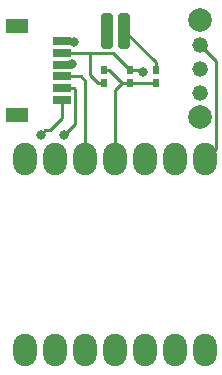
<source format=gbr>
%TF.GenerationSoftware,KiCad,Pcbnew,7.0.9*%
%TF.CreationDate,2024-03-07T22:29:03+01:00*%
%TF.ProjectId,pcb-design,7063622d-6465-4736-9967-6e2e6b696361,rev?*%
%TF.SameCoordinates,Original*%
%TF.FileFunction,Copper,L1,Top*%
%TF.FilePolarity,Positive*%
%FSLAX46Y46*%
G04 Gerber Fmt 4.6, Leading zero omitted, Abs format (unit mm)*
G04 Created by KiCad (PCBNEW 7.0.9) date 2024-03-07 22:29:03*
%MOMM*%
%LPD*%
G01*
G04 APERTURE LIST*
G04 Aperture macros list*
%AMRoundRect*
0 Rectangle with rounded corners*
0 $1 Rounding radius*
0 $2 $3 $4 $5 $6 $7 $8 $9 X,Y pos of 4 corners*
0 Add a 4 corners polygon primitive as box body*
4,1,4,$2,$3,$4,$5,$6,$7,$8,$9,$2,$3,0*
0 Add four circle primitives for the rounded corners*
1,1,$1+$1,$2,$3*
1,1,$1+$1,$4,$5*
1,1,$1+$1,$6,$7*
1,1,$1+$1,$8,$9*
0 Add four rect primitives between the rounded corners*
20,1,$1+$1,$2,$3,$4,$5,0*
20,1,$1+$1,$4,$5,$6,$7,0*
20,1,$1+$1,$6,$7,$8,$9,0*
20,1,$1+$1,$8,$9,$2,$3,0*%
G04 Aperture macros list end*
%TA.AperFunction,SMDPad,CuDef*%
%ADD10R,0.558800X0.660400*%
%TD*%
%TA.AperFunction,SMDPad,CuDef*%
%ADD11RoundRect,1.000000X0.000000X0.375000X0.000000X-0.375000X0.000000X-0.375000X0.000000X0.375000X0*%
%TD*%
%TA.AperFunction,ComponentPad*%
%ADD12C,1.320800*%
%TD*%
%TA.AperFunction,ComponentPad*%
%ADD13C,2.006600*%
%TD*%
%TA.AperFunction,SMDPad,CuDef*%
%ADD14R,0.508000X0.654800*%
%TD*%
%TA.AperFunction,SMDPad,CuDef*%
%ADD15R,1.549400X0.660400*%
%TD*%
%TA.AperFunction,SMDPad,CuDef*%
%ADD16R,1.905000X1.295400*%
%TD*%
%TA.AperFunction,SMDPad,CuDef*%
%ADD17RoundRect,0.250000X-0.250000X1.250000X-0.250000X-1.250000X0.250000X-1.250000X0.250000X1.250000X0*%
%TD*%
%TA.AperFunction,ViaPad*%
%ADD18C,0.800000*%
%TD*%
%TA.AperFunction,Conductor*%
%ADD19C,0.250000*%
%TD*%
G04 APERTURE END LIST*
D10*
%TO.P,C1,2*%
%TO.N,Net-(U4-GND)*%
X148731600Y-125581000D03*
%TO.P,C1,1*%
%TO.N,Net-(U4-PA11_A3_D3)*%
X148731600Y-124488800D03*
%TD*%
D11*
%TO.P,U4,1,PA02_A0_D0*%
%TO.N,Net-(U4-PA02_A0_D0)*%
X157303000Y-132003000D03*
%TO.P,U4,2,PA4_A1_D1*%
%TO.N,unconnected-(U4-PA4_A1_D1-Pad2)*%
X154763000Y-132003000D03*
%TO.P,U4,3,PA10_A2_D2*%
%TO.N,unconnected-(U4-PA10_A2_D2-Pad3)*%
X152223000Y-132003000D03*
%TO.P,U4,4,PA11_A3_D3*%
%TO.N,Net-(U4-PA11_A3_D3)*%
X149683000Y-132003000D03*
%TO.P,U4,5,PA8_A4_D4_SDA*%
%TO.N,Net-(U4-PA8_A4_D4_SDA)*%
X147143000Y-132003000D03*
%TO.P,U4,6,PA9_A5_D5_SCL*%
%TO.N,Net-(U4-PA9_A5_D5_SCL)*%
X144603000Y-132003000D03*
%TO.P,U4,7,PB08_A6_D6_TX*%
%TO.N,unconnected-(U4-PB08_A6_D6_TX-Pad7)*%
X142063000Y-132003000D03*
%TO.P,U4,8,PB09_A7_D7_RX*%
%TO.N,unconnected-(U4-PB09_A7_D7_RX-Pad8)*%
X142063000Y-148168000D03*
%TO.P,U4,9,PA7_A8_D8_SCK*%
%TO.N,unconnected-(U4-PA7_A8_D8_SCK-Pad9)*%
X144603000Y-148168000D03*
%TO.P,U4,10,PA5_A9_D9_MISO*%
%TO.N,unconnected-(U4-PA5_A9_D9_MISO-Pad10)*%
X147143000Y-148168000D03*
%TO.P,U4,11,PA6_A10_D10_MOSI*%
%TO.N,Net-(U4-PA6_A10_D10_MOSI)*%
X149683000Y-148168000D03*
%TO.P,U4,12,3V3*%
%TO.N,Net-(U4-3V3)*%
X152223000Y-148168000D03*
%TO.P,U4,13,GND*%
%TO.N,Net-(U4-GND)*%
X154763000Y-148168000D03*
%TO.P,U4,14,5V*%
%TO.N,Net-(U4-5V)*%
X157303000Y-148168000D03*
%TD*%
D12*
%TO.P,U2,1,1*%
%TO.N,Net-(U4-GND)*%
X156822000Y-126382001D03*
%TO.P,U2,2,2*%
%TO.N,unconnected-(U2-Pad2)*%
X156822000Y-124382000D03*
%TO.P,U2,3,3*%
%TO.N,Net-(U4-PA02_A0_D0)*%
X156822000Y-122381999D03*
D13*
%TO.P,U2,4*%
%TO.N,N/C*%
X156822000Y-128484100D03*
%TO.P,U2,5*%
X156822000Y-120279900D03*
%TD*%
D14*
%TO.P,R2,1*%
%TO.N,Net-(U4-GND)*%
X150918600Y-124486000D03*
%TO.P,R2,2*%
%TO.N,Net-(U4-PA11_A3_D3)*%
X150918600Y-125598000D03*
%TD*%
%TO.P,R1,1*%
%TO.N,Net-(U1-+)*%
X153087000Y-124486000D03*
%TO.P,R1,2*%
%TO.N,Net-(U4-PA11_A3_D3)*%
X153087000Y-125598000D03*
%TD*%
D15*
%TO.P,J2,1,1*%
%TO.N,Net-(U4-3V3)*%
X145181000Y-122023000D03*
%TO.P,J2,2,2*%
%TO.N,Net-(U4-GND)*%
X145181000Y-123023000D03*
%TO.P,J2,3,3*%
%TO.N,Net-(U4-PA6_A10_D10_MOSI)*%
X145181000Y-124023001D03*
%TO.P,J2,4,4*%
%TO.N,Net-(U4-PA8_A4_D4_SDA)*%
X145181000Y-125022999D03*
%TO.P,J2,5,5*%
%TO.N,Net-(U4-PA9_A5_D5_SCL)*%
X145181000Y-126023000D03*
%TO.P,J2,6,6*%
%TO.N,Net-(U4-5V)*%
X145181000Y-127023000D03*
D16*
%TO.P,J2,7*%
%TO.N,N/C*%
X141305999Y-120723000D03*
%TO.P,J2,8*%
X141305999Y-128323000D03*
%TD*%
D17*
%TO.P,U1,1,+*%
%TO.N,Net-(U1-+)*%
X150441000Y-121166000D03*
%TO.P,U1,2*%
%TO.N,N/C*%
X148941000Y-121166000D03*
%TD*%
D18*
%TO.N,Net-(U4-3V3)*%
X146155129Y-122127442D03*
X152217000Y-148185000D03*
%TO.N,Net-(U4-PA6_A10_D10_MOSI)*%
X149672750Y-148160000D03*
X146042424Y-123946395D03*
%TO.N,Net-(U4-PA9_A5_D5_SCL)*%
X145317924Y-129979000D03*
X144603000Y-132003000D03*
%TO.N,Net-(U4-GND)*%
X154686000Y-148082000D03*
X151979000Y-124626000D03*
%TO.N,Net-(U4-5V)*%
X143347000Y-129961000D03*
X157303000Y-148168000D03*
%TD*%
D19*
%TO.N,Net-(U1-+)*%
X153087000Y-124486000D02*
X153087000Y-123812000D01*
X153087000Y-123812000D02*
X150441000Y-121166000D01*
%TO.N,Net-(U4-PA11_A3_D3)*%
X149116800Y-124488800D02*
X150226000Y-125598000D01*
X150226000Y-125598000D02*
X150918600Y-125598000D01*
X150226000Y-125598000D02*
X149683000Y-126141000D01*
X150918600Y-125598000D02*
X153087000Y-125598000D01*
X148731600Y-124488800D02*
X149116800Y-124488800D01*
X149683000Y-126141000D02*
X149683000Y-132003000D01*
%TO.N,Net-(U4-3V3)*%
X152212750Y-148180750D02*
X152217000Y-148185000D01*
X145285442Y-122127442D02*
X145181000Y-122023000D01*
X146155129Y-122127442D02*
X145285442Y-122127442D01*
X152212750Y-148160000D02*
X152212750Y-148180750D01*
%TO.N,Net-(U4-PA6_A10_D10_MOSI)*%
X146042424Y-123946395D02*
X145257606Y-123946395D01*
X145257606Y-123946395D02*
X145181000Y-124023001D01*
%TO.N,Net-(U4-PA8_A4_D4_SDA)*%
X146788901Y-125022999D02*
X145181000Y-125022999D01*
X147143000Y-125377098D02*
X146788901Y-125022999D01*
X147143000Y-132003000D02*
X147143000Y-125377098D01*
%TO.N,Net-(U4-PA9_A5_D5_SCL)*%
X146205700Y-126023000D02*
X146280700Y-126098000D01*
X145181000Y-126023000D02*
X146205700Y-126023000D01*
X146280700Y-126098000D02*
X146280700Y-129016224D01*
X146280700Y-129016224D02*
X145317924Y-129979000D01*
%TO.N,Net-(U4-GND)*%
X148202200Y-125581000D02*
X148731600Y-125581000D01*
X151839000Y-124486000D02*
X151979000Y-124626000D01*
X147491500Y-123068000D02*
X147491500Y-124870300D01*
X145226000Y-123068000D02*
X145181000Y-123023000D01*
X149500600Y-123068000D02*
X150918600Y-124486000D01*
X150918600Y-124486000D02*
X151839000Y-124486000D01*
X147491500Y-123068000D02*
X145226000Y-123068000D01*
X147491500Y-123068000D02*
X149500600Y-123068000D01*
X147491500Y-124870300D02*
X148202200Y-125581000D01*
%TO.N,unconnected-(U2-Pad2)*%
X156718000Y-124486000D02*
X156822000Y-124382000D01*
%TO.N,Net-(U4-PA02_A0_D0)*%
X157303000Y-132003000D02*
X158172766Y-131133234D01*
X158172766Y-131133234D02*
X158172766Y-123732765D01*
X158172766Y-123732765D02*
X156822000Y-122381999D01*
%TO.N,Net-(U4-5V)*%
X157325000Y-148149000D02*
X157325000Y-148205000D01*
X157325000Y-148190000D02*
X157325000Y-148149000D01*
X143714000Y-129594000D02*
X143347000Y-129961000D01*
X145181000Y-128563000D02*
X144150000Y-129594000D01*
X144150000Y-129594000D02*
X143714000Y-129594000D01*
X145181000Y-127023000D02*
X145181000Y-128563000D01*
%TD*%
M02*

</source>
